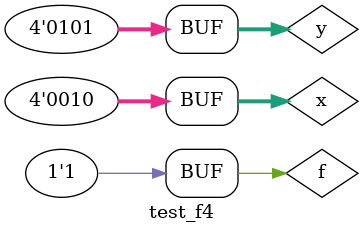
<source format=v>


// ------------------------- 
// -- selecionador
// ------------------------- 
module selecionador (output [3:0]saida, input [3:0]a, input [3:0]b, input flag);
   
   wire [7:0]s;
	wire saida_not;
	
	not NOT1(saida_not, flag);
	
	and AND1(s[0], a[0], flag);
	and AND2(s[1], a[1], flag);
	and AND3(s[2], a[2], flag);
	and AND4(s[3], a[3], flag);
	
	and AND5(s[4], b[0], saida_not);
	and AND6(s[5], b[1], saida_not);
	and AND7(s[6], b[2], saida_not);
	and AND8(s[7], b[3], saida_not);
	
	or OR1(saida[0], s[0], s[4]);
	or OR2(saida[1], s[1], s[5]);
	or OR3(saida[2], s[2], s[6]);
	or OR4(saida[3], s[3], s[7]);

endmodule // -- selecionador

// ------------------------- 
// -- f4 gate
// ------------------------- 
module f4 (output [3:0]saida, input [3:0]entrada1, input [3:0]entrada2, input chave);
	
	wire [3:0]saida_menor;
	wire [3:0]saida_maior;
	
	or OR1(saida_menor[0], ~entrada1[0], entrada2[0]);
	or OR2(saida_menor[1], ~entrada1[1], entrada2[1]);
	or OR3(saida_menor[2], ~entrada1[2], entrada2[2]);
	or OR4(saida_menor[3], ~entrada1[3], entrada2[3]);
	
	or OR5(saida_maior[0], entrada1[0], ~entrada2[0]);
	or OR6(saida_maior[1], entrada1[1], ~entrada2[1]);
	or OR7(saida_maior[2], entrada1[2], ~entrada2[2]);
	or OR8(saida_maior[3], entrada1[3], ~entrada2[3]);
	
	selecionador SEL1 (saida, saida_maior, saida_menor, chave);
	
endmodule // -- f4

// ------------------------- 
// -- modulo de teste
// ------------------------- 
module test_f4;
	
	reg  [3:0] x, y;
	reg  f;
	wire [3:0] z;
	
	f4 modulo (z, x, y, f);
	
	// --- parte principal
	initial begin
      $display("Exemplo 0037 - ANA CRISTINA - 427385");
      $display("Test LU's module");
      $display("Legenda da chave: 0 - MENOR 1 - MAIOR\n");
      
      #1 x = 4'b1010;	y = 4'b0101; f = 0;
      $monitor("ch = %1b\t x = %4b\t y = %4b\t s = %4b", f, x, y, z);
      #1 x = 4'b1010;	y = 4'b0101;	f = 1;
      
      #1 x = 4'b0000;	y = 4'b1111;	f = 0;
      #1 x = 4'b0000;	y = 4'b1111;	f = 1;
      
      #1 x = 4'b0010;	y = 4'b0101;	f = 0;
      #1 x = 4'b0010;	y = 4'b0101;	f = 1;
   end
endmodule // -- test_f4

// -- Testes
// Exemplo 0037 - ANA CRISTINA - 427385
// Test LU's module
// Legenda da chave: 0 - MENOR 1 - MAIOR
// 
// ch = 0	 x = 1010	 y = 0101	 s = 0101
// ch = 1	 x = 1010	 y = 0101	 s = 1010
// ch = 0	 x = 0000	 y = 1111	 s = 1111
// ch = 1	 x = 0000	 y = 1111	 s = 0000
// ch = 0	 x = 0010	 y = 0101	 s = 1101
// ch = 1	 x = 0010	 y = 0101	 s = 1010



</source>
